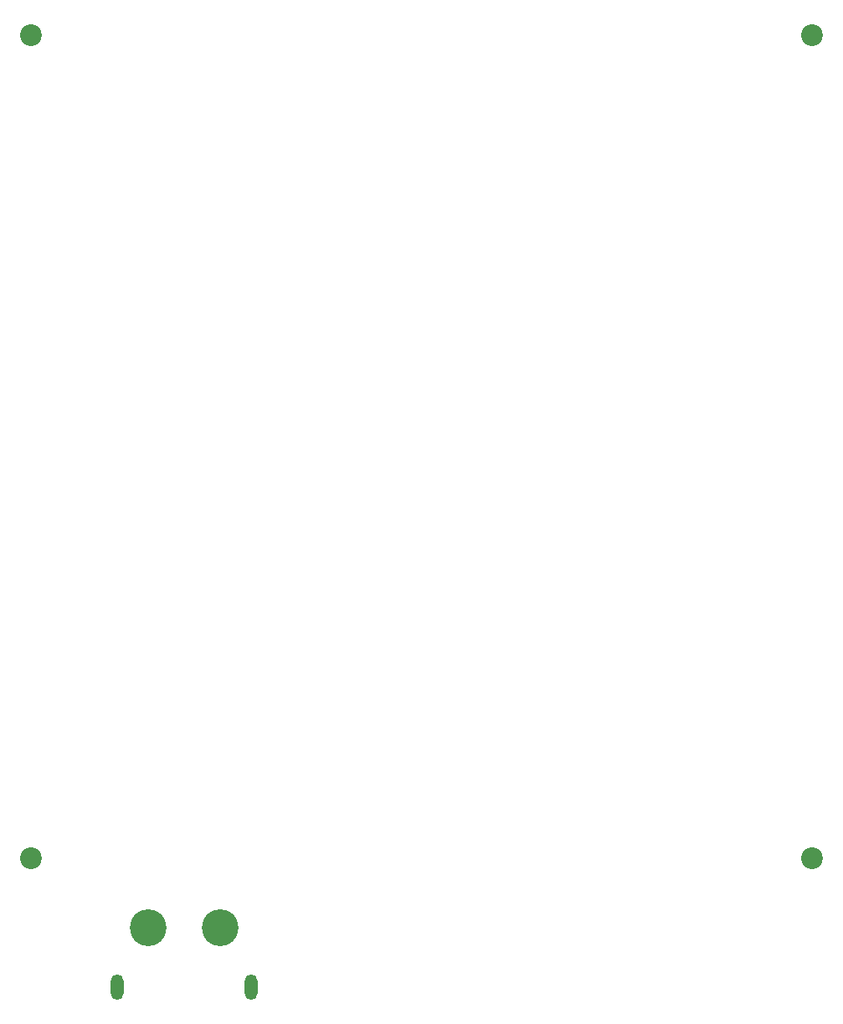
<source format=gbr>
%TF.GenerationSoftware,KiCad,Pcbnew,(6.0.4)*%
%TF.CreationDate,2022-12-15T09:53:27-05:00*%
%TF.ProjectId,HPheater,48506865-6174-4657-922e-6b696361645f,rev?*%
%TF.SameCoordinates,Original*%
%TF.FileFunction,Soldermask,Bot*%
%TF.FilePolarity,Negative*%
%FSLAX46Y46*%
G04 Gerber Fmt 4.6, Leading zero omitted, Abs format (unit mm)*
G04 Created by KiCad (PCBNEW (6.0.4)) date 2022-12-15 09:53:27*
%MOMM*%
%LPD*%
G01*
G04 APERTURE LIST*
%ADD10C,3.716000*%
%ADD11O,1.300000X2.600000*%
%ADD12C,2.200000*%
G04 APERTURE END LIST*
D10*
%TO.C,J1*%
X191397500Y-111000000D03*
X198597500Y-111000000D03*
D11*
X188247500Y-117000000D03*
X201747500Y-117000000D03*
%TD*%
D12*
%TO.C,H3*%
X179500000Y-20750000D03*
%TD*%
%TO.C,H1*%
X258500000Y-20750000D03*
%TD*%
%TO.C,H2*%
X258500000Y-104000000D03*
%TD*%
%TO.C,H4*%
X179500000Y-104000000D03*
%TD*%
M02*

</source>
